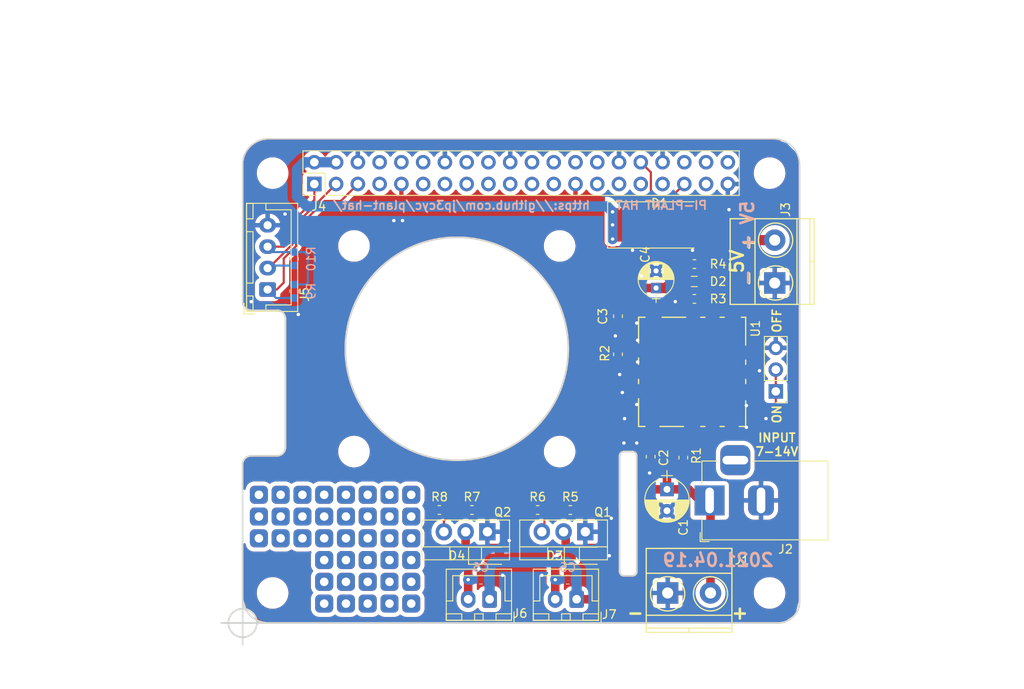
<source format=kicad_pcb>
(kicad_pcb (version 20221018) (generator pcbnew)
  (layers (0 "F.Cu" signal) (31 "B.Cu" signal) (34 "B.Paste" user) (35 "F.Paste" user) (36 "B.SilkS" user "B.Silkscreen") (37 "F.SilkS" user "F.Silkscreen") (38 "B.Mask" user) (39 "F.Mask" user) (44 "Edge.Cuts" user))
  (net 0 "")
  (net 1 "pi-02")
  (net 2 "Net-(D2-Pad2)")
  (net 3 "pi-01")
  (net 4 "Net-(R1-Pad2)")
  (net 5 "Net-(R3-Pad1)")
  (net 6 "Net-(U1-Pad11)")
  (net 7 "Vin")
  (net 8 "GND")
  (net 9 "/5V")
  (net 10 "pi-03")
  (net 11 "pi-05")
  (net 12 "pi-32")
  (net 13 "pi-35")
  (net 14 "Net-(Q1-Pad3)")
  (net 15 "Net-(Q2-Pad3)")
  (net 16 "Net-(C5-Pad2)")
  (net 17 "Net-(C6-Pad2)")
  (footprint "Capacitors_THT:CP_Radial_D5.0mm_P2.50mm" (layer "F.Cu") (at 136.525 128.905 -90)
    (fp_text reference "C1")
    (fp_text value "22u")
  )
  (footprint "Capacitors_THT:CP_Radial_D4.0mm_P2.00mm" (layer "F.Cu") (at 135.255 105.41 90)
    (fp_text reference "C4")
    (fp_text value "10u")
  )
  (footprint "Diodes_SMD:D_3220" (layer "F.Cu") (at 135.7 98.044)
    (fp_text reference "D1")
    (fp_text value "D")
  )
  (footprint "Capacitors_SMD:C_0603" (layer "F.Cu") (at 139.712 104.648)
    (fp_text reference "D2")
    (fp_text value "ON-LINE")
  )
  (footprint "Connectors_Terminal_Blocks:TerminalBlock_Pheonix_MKDS1.5-2pol" (layer "F.Cu") (at 136.605 141)
    (fp_text reference "J1")
    (fp_text value "Battery")
  )
  (footprint "Pin_Headers:Pin_Header_Straight_2x20_Pitch2.54mm" (layer "F.Cu") (at 95.37 93.27 90)
    (fp_text reference "J4")
    (fp_text value "Raspi GPIO")
  )
  (footprint "Connectors_Terminal_Blocks:TerminalBlock_Pheonix_MKDS1.5-2pol" (layer "F.Cu") (at 149.098 104.822 90)
    (fp_text reference "J3")
    (fp_text value "5V")
  )
  (footprint "Pin_Headers:Pin_Header_Straight_1x03_Pitch2.54mm" (layer "F.Cu") (at 149.225 117.475 180)
    (fp_text reference "SW1" hide)
    (fp_text value "ON/OFF")
  )
  (footprint "murata_dcdc:OKL_T3_W12" (layer "F.Cu") (at 138.43 115.57 90)
    (fp_text reference "U1")
    (fp_text value "OKL_T3_W12")
  )
  (footprint "Connector_BarrelJack:BarrelJack_Horizontal" (layer "F.Cu") (at 141.5 130.2 180)
    (fp_text reference "J2")
    (fp_text value "Jack-DC")
  )
  (footprint "MountingHole:MountingHole_3.2mm_M3" (layer "F.Cu") (at 148.5 141)
    (fp_text reference "REF**" hide)
    (fp_text value "MountingHole_3.2mm_M3")
  )
  (footprint "MountingHole:MountingHole_3.2mm_M3" (layer "F.Cu") (at 90.5 141)
    (fp_text reference "REF**" hide)
    (fp_text value "MountingHole_3.2mm_M3")
  )
  (footprint "MountingHole:MountingHole_3.2mm_M3" (layer "F.Cu") (at 90.5 92)
    (fp_text reference "REF**" hide)
    (fp_text value "MountingHole_3.2mm_M3")
  )
  (footprint "MountingHole:MountingHole_3.2mm_M3" (layer "F.Cu") (at 148.5 92)
    (fp_text reference "REF**" hide)
    (fp_text value "MountingHole_3.2mm_M3")
  )
  (footprint "MountingHole:MountingHole_3.2mm_M3" (layer "F.Cu") (at 124 100.5)
    (fp_text reference "REF**" hide)
    (fp_text value "MountingHole_3.2mm_M3" hide)
  )
  (footprint "MountingHole:MountingHole_3.2mm_M3" (layer "F.Cu") (at 124 124.5)
    (fp_text reference "REF**" hide)
    (fp_text value "MountingHole_3.2mm_M3")
  )
  (footprint "MountingHole:MountingHole_3.2mm_M3" (layer "F.Cu") (at 100 100.5)
    (fp_text reference "REF**" hide)
    (fp_text value "MountingHole_3.2mm_M3" hide)
  )
  (footprint "MountingHole:MountingHole_3.2mm_M3" (layer "F.Cu") (at 100 124.5)
    (fp_text reference "REF**" hide)
    (fp_text value "MountingHole_3.2mm_M3")
  )
  (footprint "Connector_JST:JST_XH_B02B-XH-A_1x02_P2.50mm_Vertical" (layer "F.Cu") (at 115.824 141.732 180)
    (fp_text reference "J6")
    (fp_text value "Motor")
  )
  (footprint "Connector_JST:JST_XH_B04B-XH-A_1x04_P2.50mm_Vertical" (layer "F.Cu") (at 89.916 105.584 90)
    (fp_text reference "J5")
    (fp_text value "I2C")
  )
  (footprint "Connector_JST:JST_XH_B02B-XH-A_1x02_P2.50mm_Vertical" (layer "F.Cu") (at 125.984 141.732 180)
    (fp_text reference "J7")
    (fp_text value "Motor")
  )
  (footprint "Package_TO_SOT_THT:TO-220-3_Vertical" (layer "F.Cu") (at 127 133.858 180)
    (fp_text reference "Q1")
    (fp_text value "2SC4811")
  )
  (footprint "Package_TO_SOT_THT:TO-220-3_Vertical" (layer "F.Cu") (at 115.57 133.858 180)
    (fp_text reference "Q2")
    (fp_text value "2SC4811")
  )
  (footprint "Diode_SMD:D_SOD-123F" (layer "F.Cu") (at 126.746 136.652)
    (fp_text reference "D3")
    (fp_text value "SS2040FL")
  )
  (footprint "Diode_SMD:D_SOD-123F" (layer "F.Cu") (at 115.57 136.652)
    (fp_text reference "D4")
    (fp_text value "SS2040FL")
  )
  (footprint "Capacitor_SMD:C_0603_1608Metric" (layer "F.Cu") (at 134.62 125.095 90)
    (fp_text reference "C2")
    (fp_text value "0.1u")
  )
  (footprint "Capacitor_SMD:C_0603_1608Metric" (layer "F.Cu") (at 130.81 108.7 -90)
    (fp_text reference "C3")
    (fp_text value "0.1u")
  )
  (footprint "Resistor_SMD:R_0603_1608Metric" (layer "F.Cu") (at 138.43 125.21 90)
    (fp_text reference "R1")
    (fp_text value "20k")
  )
  (footprint "Resistor_SMD:R_0603_1608Metric" (layer "F.Cu") (at 130.81 113.145 -90)
    (fp_text reference "R2")
    (fp_text value "1.2k")
  )
  (footprint "Resistor_SMD:R_0603_1608Metric" (layer "F.Cu") (at 139.7255 106.68 180)
    (fp_text reference "R3")
    (fp_text value "1.33k")
  )
  (footprint "Resistor_SMD:R_0603_1608Metric" (layer "F.Cu") (at 139.7255 102.616)
    (fp_text reference "R4")
    (fp_text value "1k")
  )
  (footprint "Resistor_SMD:R_0603_1608Metric" (layer "F.Cu") (at 125.2475 131.318)
    (fp_text reference "R5")
    (fp_text value "R")
  )
  (footprint "Resistor_SMD:R_0603_1608Metric" (layer "F.Cu") (at 121.4375 131.318 180)
    (fp_text reference "R6")
    (fp_text value "R")
  )
  (footprint "Resistor_SMD:R_0603_1608Metric" (layer "F.Cu") (at 113.7665 131.318)
    (fp_text reference "R7")
    (fp_text value "R")
  )
  (footprint "Resistor_SMD:R_0603_1608Metric" (layer "F.Cu") (at 109.9565 131.318 180)
    (fp_text reference "R8")
    (fp_text value "R")
  )
  (footprint "universal:universal-1pin" (layer "F.Cu") (at 96.52 142.24)
    (fp_text reference "" hide)
    (fp_text value "" hide)
  )
  (footprint "universal:universal-1pin" (layer "F.Cu") (at 99.06 142.24)
    (fp_text reference "" hide)
    (fp_text value "" hide)
  )
  (footprint "universal:universal-1pin" (layer "F.Cu") (at 101.6 142.24)
    (fp_text reference "" hide)
    (fp_text value "" hide)
  )
  (footprint "universal:universal-1pin" (layer "F.Cu") (at 104.14 142.24)
    (fp_text reference "" hide)
    (fp_text value "" hide)
  )
  (footprint "universal:universal-1pin" (layer "F.Cu") (at 106.68 142.24)
    (fp_text reference "" hide)
    (fp_text value "" hide)
  )
  (footprint "universal:universal-1pin" (layer "F.Cu") (at 106.68 139.7)
    (fp_text reference "" hide)
    (fp_text value "" hide)
  )
  (footprint "universal:universal-1pin" (layer "F.Cu") (at 96.52 139.7)
    (fp_text reference "" hide)
    (fp_text value "" hide)
  )
  (footprint "universal:universal-1pin" (layer "F.Cu") (at 99.06 139.7)
    (fp_text reference "" hide)
    (fp_text value "" hide)
  )
  (footprint "universal:universal-1pin" (layer "F.Cu") (at 101.6 139.7)
    (fp_text reference "" hide)
    (fp_text value "" hide)
  )
  (footprint "universal:universal-1pin" (layer "F.Cu") (at 104.14 139.7)
    (fp_text reference "" hide)
    (fp_text value "" hide)
  )
  (footprint "universal:universal-1pin" (layer "F.Cu") (at 106.68 137.16)
    (fp_text reference "" hide)
    (fp_text value "" hide)
  )
  (footprint "universal:universal-1pin" (layer "F.Cu") (at 96.52 137.16)
    (fp_text reference "" hide)
    (fp_text value "" hide)
  )
  (footprint "universal:universal-1pin" (layer "F.Cu") (at 101.6 137.16)
    (fp_text reference "" hide)
    (fp_text value "" hide)
  )
  (footprint "universal:universal-1pin" (layer "F.Cu") (at 99.06 137.16)
    (fp_text reference "" hide)
    (fp_text value "" hide)
  )
  (footprint "universal:universal-1pin" (layer "F.Cu") (at 104.14 137.16)
    (fp_text reference "" hide)
    (fp_text value "" hide)
  )
  (footprint "universal:universal-1pin" (layer "F.Cu") (at 96.52 134.62)
    (fp_text reference "" hide)
    (fp_text value "" hide)
  )
  (footprint "universal:universal-1pin" (layer "F.Cu") (at 104.14 134.62)
    (fp_text reference "" hide)
    (fp_text value "" hide)
  )
  (footprint "universal:universal-1pin" (layer "F.Cu") (at 99.06 134.62)
    (fp_text reference "" hide)
    (fp_text value "" hide)
  )
  (footprint "universal:universal-1pin" (layer "F.Cu") (at 106.68 134.62)
    (fp_text reference "" hide)
    (fp_text value "" hide)
  )
  (footprint "universal:universal-1pin" (layer "F.Cu") (at 101.6 134.62)
    (fp_text reference "" hide)
    (fp_text value "" hide)
  )
  (footprint "universal:universal-1pin" (layer "F.Cu") (at 96.52 132.08)
    (fp_text reference "" hide)
    (fp_text value "" hide)
  )
  (footprint "universal:universal-1pin" (layer "F.Cu") (at 99.06 132.08)
    (fp_text reference "" hide)
    (fp_text value "" hide)
  )
  (footprint "universal:universal-1pin" (layer "F.Cu") (at 106.68 132.08)
    (fp_text reference "" hide)
    (fp_text value "" hide)
  )
  (footprint "universal:universal-1pin" (layer "F.Cu") (at 101.6 132.08)
    (fp_text reference "" hide)
    (fp_text value "" hide)
  )
  (footprint "universal:universal-1pin" (layer "F.Cu") (at 104.14 132.08)
    (fp_text reference "" hide)
    (fp_text value "" hide)
  )
  (footprint "universal:universal-1pin" (layer "F.Cu") (at 96.52 129.54)
    (fp_text reference "" hide)
    (fp_text value "" hide)
  )
  (footprint "universal:universal-1pin" (layer "F.Cu") (at 99.06 129.54)
    (fp_text reference "" hide)
    (fp_text value "" hide)
  )
  (footprint "universal:universal-1pin" (layer "F.Cu") (at 106.68 129.54)
    (fp_text reference "" hide)
    (fp_text value "" hide)
  )
  (footprint "universal:universal-1pin" (layer "F.Cu") (at 104.14 129.54)
    (fp_text reference "" hide)
    (fp_text value "" hide)
  )
  (footprint "universal:universal-1pin" (layer "F.Cu") (at 101.6 129.54)
    (fp_text reference "" hide)
    (fp_text value "" hide)
  )
  (footprint "universal:universal-1pin" (layer "F.Cu") (at 93.98 134.62)
    (fp_text reference "" hide)
    (fp_text value "" hide)
  )
  (footprint "universal:universal-1pin" (layer "F.Cu") (at 93.98 132.08)
    (fp_text reference "" hide)
    (fp_text value "" hide)
  )
  (footprint "universal:universal-1pin" (layer "F.Cu") (at 93.98 129.54)
    (fp_text reference "" hide)
    (fp_text value "" hide)
  )
  (footprint "universal:universal-1pin" (layer "F.Cu") (at 91.44 134.62)
    (fp_text reference "" hide)
    (fp_text value "" hide)
  )
  (footprint "universal:universal-1pin" (layer "F.Cu") (at 91.44 132.08)
    (fp_text reference "" hide)
    (fp_text value "" hide)
  )
  (footprint "universal:universal-1pin" (layer "F.Cu") (at 91.44 129.54)
    (fp_text reference "" hide)
    (fp_text value "" hide)
  )
  (footprint "universal:universal-1pin" (layer "F.Cu") (at 88.9 129.54)
    (fp_text reference "" hide)
    (fp_text value "" hide)
  )
  (footprint "universal:universal-1pin" (layer "F.Cu") (at 88.9 134.62)
    (fp_text reference "" hide)
    (fp_text value "" hide)
  )
  (footprint "universal:universal-1pin" (layer "F.Cu") (at 88.9 132.08)
    (fp_text reference "" hide)
    (fp_text value "" hide)
  )
  (footprint "Capacitor_SMD:C_0603_1608Metric" (layer "B.Cu") (at 124.9425 139.446 180)
    (fp_text reference "C5")
    (fp_text value "0.1u")
  )
  (footprint "Capacitor_SMD:C_0603_1608Metric" (layer "B.Cu") (at 114.808 139.446 180)
    (fp_text reference "C6")
    (fp_text value "0.1u")
  )
  (footprint "Resistor_SMD:R_0603_1608Metric" (layer "B.Cu") (at 93 105.7875 -90)
    (fp_text reference "R9")
    (fp_text value "2.2k")
  )
  (footprint "Resistor_SMD:R_0603_1608Metric" (layer "B.Cu") (at 93 102 -90)
    (fp_text reference "R10")
    (fp_text value "2.2k")
  )
  (gr_line (start 152 142) (end 152 91) (stroke (width 0.2)) (layer "Edge.Cuts"))
  (gr_line (start 87 126) (end 87 141.5) (stroke (width 0.2)) (layer "Edge.Cuts"))
  (gr_line (start 131 125) (end 131 138.5) (stroke (width 0.2)) (layer "Edge.Cuts"))
  (gr_arc (start 91 108) (mid 91.707107 108.292893) (end 92 109) (stroke (width 0.2)) (layer "Edge.Cuts"))
  (gr_line (start 131.5 139) (end 132.5 139) (stroke (width 0.2)) (layer "Edge.Cuts"))
  (gr_line (start 90 144.5) (end 149.5 144.5) (stroke (width 0.2)) (layer "Edge.Cuts"))
  (gr_arc (start 90 144.5) (mid 87.87868 143.62132) (end 87 141.5) (stroke (width 0.2)) (layer "Edge.Cuts"))
  (gr_line (start 87 91) (end 87 107) (stroke (width 0.15)) (layer "Edge.Cuts"))
  (gr_line (start 91 125) (end 88 125) (stroke (width 0.2)) (layer "Edge.Cuts"))
  (gr_line (start 92 109) (end 92 124) (stroke (width 0.2)) (layer "Edge.Cuts"))
  (gr_circle (center 112 112.5) (end 125.009612 112.5) (stroke (width 0.2)) (fill none) (layer "Edge.Cuts"))
  (gr_arc (start 132.5 124.5) (mid 132.853553 124.646447) (end 133 125) (stroke (width 0.2)) (layer "Edge.Cuts"))
  (gr_line (start 149 88) (end 90 88) (stroke (width 0.15)) (layer "Edge.Cuts"))
  (gr_arc (start 131.5 139) (mid 131.146447 138.853553) (end 131 138.5) (stroke (width 0.2)) (layer "Edge.Cuts"))
  (gr_arc (start 92 124) (mid 91.707107 124.707107) (end 91 125) (stroke (width 0.2)) (layer "Edge.Cuts"))
  (gr_arc (start 152 142) (mid 151.267767 143.767767) (end 149.5 144.5) (stroke (width 0.2)) (layer "Edge.Cuts"))
  (gr_line (start 88 108) (end 91 108) (stroke (width 0.15)) (layer "Edge.Cuts"))
  (gr_arc (start 133 138.5) (mid 132.853553 138.853553) (end 132.5 139) (stroke (width 0.2)) (layer "Edge.Cuts"))
  (gr_arc (start 149 88) (mid 151.12132 88.87868) (end 152 91) (stroke (width 0.15)) (layer "Edge.Cuts"))
  (gr_line (start 133 138.5) (end 133 125) (stroke (width 0.2)) (layer "Edge.Cuts"))
  (gr_arc (start 87 91) (mid 87.87868 88.87868) (end 90 88) (stroke (width 0.15)) (layer "Edge.Cuts"))
  (gr_arc (start 88 108) (mid 87.292893 107.707107) (end 87 107) (stroke (width 0.2)) (layer "Edge.Cuts"))
  (gr_arc (start 87 126) (mid 87.292893 125.292893) (end 88 125) (stroke (width 0.2)) (layer "Edge.Cuts"))
  (gr_line (start 132.5 124.5) (end 131.5 124.5) (stroke (width 0.2)) (layer "Edge.Cuts"))
  (gr_arc (start 131 125) (mid 131.146447 124.646447) (end 131.5 124.5) (stroke (width 0.2)) (layer "Edge.Cuts"))
  (gr_text "5V +  -" (at 145.9 100.2 90) (layer "B.SilkS") (effects (font (size 1.5 1.5) (thickness 0.3)) (justify mirror)))
  (gr_text "2021.04.19" (at 142.494 137.16) (layer "B.SilkS") (effects (font (size 1.5 1.5) (thickness 0.3)) (justify mirror)))
  (gr_text "PI-PLANT HAT    https://github.com/jp3cyc/plant-hat/" (at 119.38 95.758) (layer "B.SilkS") (effects (font (size 1 1) (thickness 0.2)) (justify mirror)))
  (gr_text "+" (at 145.034 143.51 180) (layer "F.SilkS") (effects (font (size 1.5 1.5) (thickness 0.3))))
  (gr_text "5V" (at 144.7 102.3 90) (layer "F.SilkS") (effects (font (size 1.5 1.5) (thickness 0.3))))
  (gr_text "OFF" (at 149.352 109.22 90) (layer "F.SilkS") (effects (font (size 1 1) (thickness 0.2))))
  (gr_text "-  +" (at 146 102.2 90) (layer "F.SilkS") (effects (font (size 1.5 1.5) (thickness 0.3))))
  (gr_text "-" (at 132.842 143.51 180) (layer "F.SilkS") (effects (font (size 1.5 1.5) (thickness 0.3))))
  (gr_text "ON" (at 149.352 120.142 90) (layer "F.SilkS") (effects (font (size 1 1) (thickness 0.2))))
  (gr_text "INPUT\n7-14V" (at 149.352 123.698) (layer "F.SilkS") (effects (font (size 1 1) (thickness 0.2))))
  (target plus (at 87 144.5) (size 5) (width 0.2) (layer "Edge.Cuts"))
  (via (at 130.175 99.695) (size 0.8) (drill 0.4) (layers "F.Cu" "B.Cu") (net 1))
  (via (at 130.175 98.044) (size 0.8) (drill 0.4) (layers "F.Cu" "B.Cu") (net 1))
  (via (at 130.175 96.52) (size 0.8) (drill 0.4) (layers "F.Cu" "B.Cu") (net 1))
  (segment (start 130.175 99.695) (end 130.175 97.79) (width 1.2) (layer "B.Cu") (net 1))
  (segment (start 130.175 97.79) (end 130.175 96.52) (width 1.2) (layer "B.Cu") (net 1))
  (segment (start 94.488 95.885) (end 129.54 95.885) (width 1.2) (layer "B.Cu") (net 1))
  (segment (start 129.54 95.885) (end 130.175 96.52) (width 1.2) (layer "B.Cu") (net 1))
  (segment (start 93.345 91.552919) (end 93.345 94.742) (width 1.2) (layer "B.Cu") (net 1))
  (segment (start 95.37 90.73) (end 94.167919 90.73) (width 1.2) (layer "B.Cu") (net 1))
  (segment (start 93.345 94.742) (end 94.488 95.885) (width 1.2) (layer "B.Cu") (net 1))
  (segment (start 95.37 90.73) (end 97.91 90.73) (width 1.2) (layer "B.Cu") (net 1))
  (segment (start 130.175 96.52) (end 130.175 96.52) (width 1.2) (layer "B.Cu") (net 1))
  (segment (start 94.167919 90.73) (end 93.345 91.552919) (width 1.2) (layer "B.Cu") (net 1))
  (segment (start 130.175 99.695) (end 130.175 99.695) (width 1.2) (layer "B.Cu") (net 1))
  (segment (start 140.462 104.648) (end 140.462 102.667) (width 0.25) (layer "F.Cu") (net 2))
  (segment (start 140.462 102.667) (end 140.513 102.616) (width 0.25) (layer "F.Cu") (net 2))
  (segment (start 95.37 93.27) (end 95.37 95.13) (width 0.25) (layer "F.Cu") (net 3))
  (segment (start 92.2 100.205) (end 91.821 100.584) (width 0.25) (layer "F.Cu") (net 3))
  (segment (start 91.821 100.584) (end 91.186 100.584) (width 0.25) (layer "F.Cu") (net 3))
  (segment (start 95.37 95.13) (end 92.2 98.3) (width 0.25) (layer "F.Cu") (net 3))
  (segment (start 92.2 98.3) (end 92.2 100.205) (width 0.25) (layer "F.Cu") (net 3))
  (segment (start 91.186 100.584) (end 89.916 100.584) (width 0.25) (layer "F.Cu") (net 3))
  (segment (start 94.2275 101.2125) (end 94.615 101.6) (width 0.25) (layer "B.Cu") (net 3))
  (segment (start 90.5445 101.2125) (end 89.916 100.584) (width 0.25) (layer "B.Cu") (net 3))
  (segment (start 94.615 104.775) (end 94.39 105) (width 0.25) (layer "B.Cu") (net 3))
  (segment (start 94.615 101.6) (end 94.615 104.775) (width 0.25) (layer "B.Cu") (net 3))
  (segment (start 94.39 105) (end 93 105) (width 0.25) (layer "B.Cu") (net 3))
  (segment (start 93 101.2125) (end 90.5445 101.2125) (width 0.25) (layer "B.Cu") (net 3))
  (segment (start 93 101.2125) (end 94.2275 101.2125) (width 0.25) (layer "B.Cu") (net 3))
  (segment (start 139.53 122.725) (end 139.53 120.77) (width 0.25) (layer "F.Cu") (net 4))
  (segment (start 139.53 122.725) (end 138.775 122.725) (width 0.25) (layer "F.Cu") (net 4))
  (segment (start 147.785 122.725) (end 149.225 121.285) (width 0.25) (layer "F.Cu") (net 4))
  (segment (start 138.775 122.725) (end 138.43 123.07) (width 0.25) (layer "F.Cu") (net 4))
  (segment (start 149.225 117.475) (end 149.225 114.935) (width 0.25) (layer "F.Cu") (net 4))
  (segment (start 138.43 123.07) (end 138.43 124.46) (width 0.25) (layer "F.Cu") (net 4))
  (segment (start 139.53 122.725) (end 147.785 122.725) (width 0.25) (layer "F.Cu") (net 4))
  (segment (start 149.225 121.285) (end 149.225 117.475) (width 0.25) (layer "F.Cu") (net 4))
  (segment (start 144 107.5) (end 143.18 106.68) (width 0.25) (layer "F.Cu") (net 5))
  (segment (start 144 108.56) (end 144 107.5) (width 0.25) (layer "F.Cu") (net 5))
  (segment (start 144.11 108.67) (end 144 108.56) (width 0.25) (layer "F.Cu") (net 5))
  (segment (start 144.11 109.57) (end 144.11 108.67) (width 0.25) (layer "F.Cu") (net 5))
  (segment (start 143.18 106.68) (end 140.513 106.68) (width 0.25) (layer "F.Cu") (net 5))
  (segment (start 141.82 108.82) (end 141.82 110.57) (width 1.2) (layer "F.Cu") (net 6))
  (segment (start 134.112 129.518) (end 134.725 128.905) (width 1) (layer "F.Cu") (net 7))
  (segment (start 134.62 124.345) (end 135.775 124.345) (width 1) (layer "F.Cu") (net 7))
  (segment (start 132.588 141.732) (end 134.112 140.208) (width 1) (layer "F.Cu") (net 7))
  (segment (start 134.62 121.78) (end 134.95 121.45) (width 1) (layer "F.Cu") (net 7))
  (segment (start 133.79 117.44) (end 134.95 118.6) (width 1) (layer "F.Cu") (net 7))
  (segment (start 134.95 121.45) (end 134.95 118.6) (width 1) (layer "F.Cu") (net 7))
  (segment (start 136.525 125.73) (end 136.755 125.96) (width 0.25) (layer "F.Cu") (net 7))
  (segment (start 136.755 125.96) (end 138.43 125.96) (width 0.25) (layer "F.Cu") (net 7))
  (segment (start 141.5 130.2) (end 140.36 130.2) (width 1) (layer "F.Cu") (net 7))
  (segment (start 141.605 141) (end 141.605 130.305) (width 1) (layer "F.Cu") (net 7))
  (segment (start 136.525 128.905) (end 136.525 125.73) (width 1) (layer "F.Cu") (net 7))
  (segment (start 133.25 117.44) (end 133.79 117.44) (width 1) (layer "F.Cu") (net 7))
  (segment (start 139.065 128.905) (end 136.525 128.905) (width 1) (layer "F.Cu") (net 7))
  (segment (start 141.605 130.305) (end 141.5 130.2) (width 1) (layer "F.Cu") (net 7))
  (segment (start 134.62 124.345) (end 134.62 121.78) (width 1) (layer "F.Cu") (net 7))
  (segment (start 140.36 130.2) (end 139.065 128.905) (width 1) (layer "F.Cu") (net 7))
  (segment (start 135.255 121.755) (end 134.95 121.45) (width 1) (layer "F.Cu") (net 7))
  (segment (start 125.984 141.732) (end 132.588 141.732) (width 1) (layer "F.Cu") (net 7))
  (segment (start 134.725 128.905) (end 136.525 128.905) (width 1) (layer "F.Cu") (net 7))
  (segment (start 136.525 125.73) (end 136.525 125.095) (width 1) (layer "F.Cu") (net 7))
  (segment (start 134.112 140.208) (end 134.112 129.518) (width 1) (layer "F.Cu") (net 7))
  (segment (start 136.525 125.095) (end 135.775 124.345) (width 1) (layer "F.Cu") (net 7))
  (segment (start 115.824 141.732) (end 115.824 137.922) (width 1.2) (layer "B.Cu") (net 7))
  (segment (start 141.605 130.305) (end 141.5 130.2) (width 1) (layer "B.Cu") (net 7))
  (segment (start 116.332 137.414) (end 124.968 137.414) (width 1.2) (layer "B.Cu") (net 7))
  (segment (start 125.984 138.43) (end 125.984 141.732) (width 1.2) (layer "B.Cu") (net 7))
  (segment (start 124.968 137.414) (end 125.984 138.43) (width 1.2) (layer "B.Cu") (net 7))
  (segment (start 115.824 137.922) (end 116.332 137.414) (width 1.2) (layer "B.Cu") (net 7))
  (segment (start 131.572 114.046) (end 131.4585 113.9325) (width 0.25) (layer "F.Cu") (net 8))
  (segment (start 131.4585 113.9325) (end 130.81 113.9325) (width 0.25) (layer "F.Cu") (net 8))
  (segment (start 133.5 104) (end 134.665 104) (width 0.25) (layer "F.Cu") (net 8))
  (segment (start 127 133.858) (end 127 135.636) (width 0.25) (layer "F.Cu") (net 8))
  (segment (start 127.254 135.382) (end 128.524 135.382) (width 0.25) (layer "F.Cu") (net 8))
  (segment (start 134.665 104) (end 135.255 103.41) (width 0.25) (layer "F.Cu") (net 8))
  (segment (start 118.11 134.874) (end 117.602 135.382) (width 0.25) (layer "F.Cu") (net 8))
  (segment (start 133.25 115.15) (end 133.82 115.15) (width 0.25) (layer "F.Cu") (net 8))
  (segment (start 133.096 114.046) (end 131.572 114.046) (width 0.25) (layer "F.Cu") (net 8))
  (segment (start 127 135.636) (end 127.254 135.382) (width 0.25) (layer "F.Cu") (net 8))
  (segment (start 117.602 135.382) (end 115.824 135.382) (width 0.25) (layer "F.Cu") (net 8))
  (segment (start 133.82 115.15) (end 134.95 114.02) (width 0.25) (layer "F.Cu") (net 8))
  (via (at 133.5 104) (size 0.8) (drill 0.4) (layers "F.Cu" "B.Cu") (net 8))
  (via (at 132.5 101) (size 0.8) (drill 0.4) (layers "F.Cu" "B.Cu") (net 8))
  (via (at 133 109.5) (size 0.8) (drill 0.4) (layers "F.Cu" "B.Cu") (net 8))
  (via (at 131.5 123.5) (size 0.8) (drill 0.4) (layers "F.Cu" "B.Cu") (net 8))
  (via (at 133 123.5) (size 0.8) (drill 0.4) (layers "F.Cu" "B.Cu") (net 8))
  (via (at 134.5 127) (size 0.8) (drill 0.4) (layers "F.Cu" "B.Cu") (net 8))
  (via (at 131.572 120.65) (size 0.8) (drill 0.4) (layers "F.Cu" "B.Cu") (net 8))
  (via (at 130.5 111) (size 0.8) (drill 0.4) (layers "F.Cu" "B.Cu") (net 8))
  (via (at 88 107) (size 0.8) (drill 0.4) (layers "F.Cu" "B.Cu") (net 8))
  (via (at 91.948 96.774) (size 0.8) (drill 0.4) (layers "F.Cu" "B.Cu") (net 8))
  (via (at 93.5 108.5) (size 0.8) (drill 0.4) (layers "F.Cu" "B.Cu") (net 8))
  (via (at 104.648 97.536) (size 0.8) (drill 0.4) (layers "F.Cu" "B.Cu") (net 8))
  (via (at 133.096 111.506) (size 0.8) (drill 0.4) (layers "F.Cu" "B.Cu") (net 8))
  (via (at 121.92 138.938) (size 0.8) (drill 0.4) (layers "F.Cu" "B.Cu") (net 8))
  (via (at 114.554 138.176) (size 0.8) (drill 0.4) (layers "F.Cu" "B.Cu") (net 8))
  (via (at 129.794 136.652) (size 0.8) (drill 0.4) (layers "F.Cu" "B.Cu") (net 8))
  (via (at 118.11 134.874) (size 0.8) (drill 0.4) (layers "F.Cu" "B.Cu") (net 8))
  (via (at 117.348 138.938) (size 0.8) (drill 0.4) (layers "F.Cu" "B.Cu") (net 8))
  (via (at 145.796 121.666) (size 0.8) (drill 0.4) (layers "F.Cu" "B.Cu") (net 8))
  (via (at 145.796 119.126) (size 0.8) (drill 0.4) (layers "F.Cu" "B.Cu") (net 8))
  (via (at 137.5 107) (size 0.8) (drill 0.4) (layers "F.Cu" "B.Cu") (net 8))
  (via (at 130.03 132.28) (size 0.8) (drill 0.4) (layers "F.Cu" "B.Cu") (net 8))
  (via (at 131 115.5) (size 0.8) (drill 0.4) (layers "F.Cu" "B.Cu") (net 8))
  (via (at 133 119) (size 0.8) (drill 0.4) (layers "F.Cu" "B.Cu") (net 8))
  (via (at 143.764 96.266) (size 0.8) (drill 0.4) (layers "F.Cu" "B.Cu") (net 8))
  (via (at 133.096 114.046) (size 0.8) (drill 0.4) (layers "F.Cu" "B.Cu") (net 8))
  (via (at 105.664 97.536) (size 0.8) (drill 0.4) (layers "F.Cu" "B.Cu") (net 8))
  (via (at 139.5 101) (size 0.8) (drill 0.4) (layers "F.Cu" "B.Cu") (net 8))
  (via (at 148.082 120.65) (size 0.8) (drill 0.4) (layers "F.Cu" "B.Cu") (net 8))
  (via (at 131.318 117.602) (size 0.8) (drill 0.4) (layers "F.Cu" "B.Cu") (net 8))
  (via (at 147.32 115.062) (size 0.8) (drill 0.4) (layers "F.Cu" "B.Cu") (net 8))
  (segment (start 144.272 129.39) (end 144.272 128.886998) (width 0.25) (layer "B.Cu") (net 8))
  (segment (start 144.526 129.844) (end 144.882 130.2) (width 0.25) (layer "B.Cu") (net 8))
  (segment (start 147.5 130.2) (end 145.46 130.2) (width 0.25) (layer "B.Cu") (net 8))
  (segment (start 144.526 128.778) (end 144.526 129.844) (width 0.25) (layer "B.Cu") (net 8))
  (segment (start 143.36 127.85) (end 143.58 127.85) (width 0.25) (layer "B.Cu") (net 8))
  (segment (start 147.5 130.2) (end 144.932 130.2) (width 0.25) (layer "B.Cu") (net 8))
  (segment (start 143.764 128.016) (end 144.526 128.778) (width 0.25) (layer "B.Cu") (net 8))
  (segment (start 145.082 130.2) (end 144.272 129.39) (width 0.25) (layer "B.Cu") (net 8))
  (segment (start 145.46 130.2) (end 145.082 130.2) (width 0.25) (layer "B.Cu") (net 8))
  (segment (start 144.272 129.54) (end 144.272 129.39) (width 0.25) (layer "B.Cu") (net 8))
  (segment (start 144.882 130.2) (end 145.46 130.2) (width 0.25) (layer "B.Cu") (net 8))
  (segment (start 142.6 127.79) (end 143.3 127.79) (width 0.25) (layer "B.Cu") (net 8))
  (segment (start 143.3 127.79) (end 143.36 127.85) (width 0.25) (layer "B.Cu") (net 8))
  (segment (start 143.746 128.016) (end 143.764 128.016) (width 0.25) (layer "B.Cu") (net 8))
  (segment (start 144.932 130.2) (end 144.272 129.54) (width 0.25) (layer "B.Cu") (net 8))
  (segment (start 143.58 127.85) (end 143.746 128.016) (width 0.25) (layer "B.Cu") (net 8))
  (segment (start 130.81 112.395) (end 130.81 112.37) (width 0.25) (layer "F.Cu") (net 9))
  (segment (start 134.95 109.43) (end 136.1 110.58) (width 1) (layer "F.Cu") (net 9))
  (segment (start 144.272 98.044) (end 146.05 99.822) (width 1.2) (layer "F.Cu") (net 9))
  (segment (start 130.81 107.925) (end 133.325 105.41) (width 1) (layer "F.Cu") (net 9))
  (segment (start 135.255 105.41) (end 136.398 105.41) (width 1.2) (layer "F.Cu") (net 9))
  (segment (start 130.81 112.37) (end 132.6 110.58) (width 0.25) (layer "F.Cu") (net 9))
  (segment (start 132.6 110.58) (end 133.815 110.58) (width 0.25) (layer "F.Cu") (net 9))
  (segment (start 133.325 105.41) (end 135.255 105.41) (width 1) (layer "F.Cu") (net 9))
  (segment (start 137.16 102.5) (end 137.16 100.584) (width 1.2) (layer "F.Cu") (net 9))
  (segment (start 130.81 107.95) (end 130.81 107.925) (width 1) (layer "F.Cu") (net 9))
  (segment (start 138.938 102.616) (end 137.276 102.616) (width 0.25) (layer "F.Cu") (net 9))
  (segment (start 136.398 105.41) (end 137.16 104.648) (width 1.2) (layer "F.Cu") (net 9))
  (segment (start 134.95 108.88) (end 134.02 107.95) (width 1) (layer "F.Cu") (net 9))
  (segment (start 138.52 110.58) (end 139.53 109.57) (width 1) (layer "F.Cu") (net 9))
  (segment (start 134.95 108.88) (end 134.95 109.43) (width 1) (layer "F.Cu") (net 9))
  (segment (start 137.16 104.648) (end 137.16 102.5) (width 1.2) (layer "F.Cu") (net 9))
  (segment (start 136.1 110.58) (end 138.52 110.58) (width 1) (layer "F.Cu") (net 9))
  (segment (start 137.276 102.616) (end 137.16 102.5) (width 0.25) (layer "F.Cu") (net 9))
  (segment (start 134.02 107.95) (end 130.81 107.95) (width 1) (layer "F.Cu") (net 9))
  (segment (start 146.05 99.822) (end 149.098 99.822) (width 1.2) (layer "F.Cu") (net 9))
  (segment (start 133.815 110.58) (end 136.1 110.58) (width 0.25) (layer "F.Cu") (net 9))
  (segment (start 139.7 98.044) (end 144.272 98.044) (width 1.2) (layer "F.Cu") (net 9))
  (segment (start 137.16 100.584) (end 139.7 98.044) (width 1.2) (layer "F.Cu") (net 9))
  (segment (start 97.91 93.27) (end 95.18 96) (width 0.25) (layer "F.Cu") (net 10))
  (segment (start 92.795 98.385) (end 95.18 96) (width 0.25) (layer "F.Cu") (net 10))
  (segment (start 90.041 103.084) (end 89.916 103.084) (width 0.25) (layer "F.Cu") (net 10))
  (segment (start 92.795 100.33) (end 90.041 103.084) (width 0.25) (layer "F.Cu") (net 10))
  (segment (start 92.795 100.33) (end 92.795 98.385) (width 0.25) (layer "F.Cu") (net 10))
  (segment (start 93 102.7875) (end 90.2125 102.7875) (width 0.25) (layer "B.Cu") (net 10))
  (segment (start 90.2125 102.7875) (end 89.916 103.084) (width 0.25) (layer "B.Cu") (net 10))
  (segment (start 93.245009 100.516401) (end 91.8 101.96141) (width 0.25) (layer "F.Cu") (net 11))
  (segment (start 98.47 95.25) (end 96.56641 95.25) (width 0.25) (layer "F.Cu") (net 11))
  (segment (start 93.24501 98.5714) (end 93.245009 100.516401) (width 0.25) (layer "F.Cu") (net 11))
  (segment (start 90.991 105.584) (end 91.8 104.775) (width 0.25) (layer "F.Cu") (net 11))
  (segment (start 96.56641 95.25) (end 93.24501 98.5714) (width 0.25) (layer "F.Cu") (net 11))
  (segment (start 91.8 101.96141) (end 91.8 104.775) (width 0.25) (layer "F.Cu") (net 11))
  (segment (start 89.916 105.584) (end 90.991 105.584) (width 0.25) (layer "F.Cu") (net 11))
  (segment (start 100.45 93.27) (end 98.47 95.25) (width 0.25) (layer "F.Cu") (net 11))
  (segment (start 90.907 106.575) (end 89.916 105.584) (width 0.25) (layer "B.Cu") (net 11))
  (segment (start 93 106.575) (end 90.907 106.575) (width 0.25) (layer "B.Cu") (net 11))
  (segment (start 135.255 95.631) (end 135.255 100.33) (width 0.25) (layer "F.Cu") (net 12))
  (segment (start 135.255 100.33) (end 134.62 100.965) (width 0.25) (layer "F.Cu") (net 12))
  (segment (start 116.967 131.318) (end 114.554 131.318) (width 0.25) (layer "F.Cu") (net 12))
  (segment (start 129.54 130.175) (end 118.11 130.175) (width 0.25) (layer "F.Cu") (net 12))
  (segment (start 129.7 130.015) (end 129.54 130.175) (width 0.25) (layer "F.Cu") (net 12))
  (segment (start 128.229002 115.529002) (end 129.7 117) (width 0.25) (layer "F.Cu") (net 12))
  (segment (start 118.11 130.175) (end 116.967 131.318) (width 0.25) (layer "F.Cu") (net 12))
  (segment (start 133.47 90.73) (end 134.645001 91.905001) (width 0.25) (layer "F.Cu") (net 12))
  (segment (start 134.645001 91.905001) (end 134.645001 95.021001) (width 0.25) (layer "F.Cu") (net 12))
  (segment (start 128.229002 106.68) (end 128.229002 115.529002) (width 0.25) (layer "F.Cu") (net 12))
  (segment (start 129.7 117) (end 129.7 130.015) (width 0.25) (layer "F.Cu") (net 12))
  (segment (start 134.645001 95.021001) (end 135.255 95.631) (width 0.25) (layer "F.Cu") (net 12))
  (segment (start 133.944002 100.965) (end 128.229002 106.68) (width 0.25) (layer "F.Cu") (net 12))
  (segment (start 134.62 100.965) (end 133.944002 100.965) (width 0.25) (layer "F.Cu") (net 12))
  (segment (start 130.3 116.33) (end 128.905 114.935) (width 0.25) (layer "F.Cu") (net 13))
  (segment (start 128.9 114.935) (end 128.9 106.8) (width 0.25) (layer "F.Cu") (net 13))
  (segment (start 133.985 101.715) (end 135.14 101.715) (width 0.25) (layer "F.Cu") (net 13))
  (segment (start 137.332 94.488) (end 138.55 93.27) (width 0.25) (layer "F.Cu") (net 13))
  (segment (start 135.14 101.715) (end 135.89 100.965) (width 0.25) (layer "F.Cu") (net 13))
  (segment (start 128.9 106.8) (end 133.985 101.715) (width 0.25) (layer "F.Cu") (net 13))
  (segment (start 130.3 130.685) (end 130.3 116.33) (width 0.25) (layer "F.Cu") (net 13))
  (segment (start 128.905 114.935) (end 128.9 114.935) (width 0.25) (layer "F.Cu") (net 13))
  (segment (start 135.89 100.965) (end 135.89 95.93) (width 0.25) (layer "F.Cu") (net 13))
  (segment (start 126.035 131.318) (end 129.667 131.318) (width 0.25) (layer "F.Cu") (net 13))
  (segment (start 135.89 95.93) (end 137.332 94.488) (width 0.25) (layer "F.Cu") (net 13))
  (segment (start 129.667 131.318) (end 130.3 130.685) (width 0.25) (layer "F.Cu") (net 13))
  (segment (start 122.225 131.318) (end 124.46 131.318) (width 0.25) (layer "F.Cu") (net 14))
  (segment (start 122.225 131.318) (end 122.225 133.553) (width 0.25) (layer "F.Cu") (net 14))
  (segment (start 122.225 133.553) (end 121.92 133.858) (width 0.25) (layer "F.Cu") (net 14))
  (segment (start 110.49 132.608) (end 110.744 132.354) (width 0.25) (layer "F.Cu") (net 15))
  (segment (start 110.49 133.858) (end 110.49 132.608) (width 0.25) (layer "F.Cu") (net 15))
  (segment (start 110.744 132.354) (end 110.744 131.318) (width 0.25) (layer "F.Cu") (net 15))
  (segment (start 110.744 131.318) (end 112.979 131.318) (width 0.25) (layer "F.Cu") (net 15))
  (segment (start 123.484 139.446) (end 123.484 137.876) (width 1) (layer "F.Cu") (net 16))
  (segment (start 125.346 136.652) (end 124.708 136.652) (width 0.25) (layer "F.Cu") (net 16))
  (segment (start 124.708 134.106) (end 124.46 133.858) (width 1) (layer "F.Cu") (net 16))
  (segment (start 123.484 141.732) (end 123.484 139.446) (width 1) (layer "F.Cu") (net 16))
  (segment (start 123.484 137.876) (end 124.708 136.652) (width 1) (layer "F.Cu") (net 16))
  (segment (start 124.708 136.652) (end 124.708 134.106) (width 1) (layer "F.Cu") (net 16))
  (via (at 123.484 139.446) (size 0.8) (drill 0.4) (layers "F.Cu" "B.Cu") (net 16))
  (segment (start 123.901 139.446) (end 123.484 139.446) (width 1.2) (layer "B.Cu") (net 16))
  (segment (start 113.324 136.444) (end 113.03 136.15) (width 1) (layer "F.Cu") (net 17))
  (segment (start 113.03 133.858) (end 113.03 136.15) (width 1) (layer "F.Cu") (net 17))
  (segment (start 113.324 141.732) (end 113.324 139.446) (width 1) (layer "F.Cu") (net 17))
  (segment (start 114.17 136.652) (end 113.532 136.652) (width 1.2) (layer "F.Cu") (net 17))
  (segment (start 113.324 139.446) (end 113.324 136.444) (width 1) (layer "F.Cu") (net 17))
  (segment (start 113.03 136.15) (end 113.532 136.652) (width 1) (layer "F.Cu") (net 17))
  (segment (start 113.03 141.311) (end 113.324 141.605) (width 1) (layer "F.Cu") (net 17))
  (via (at 113.324 139.446) (size 0.8) (drill 0.4) (layers "F.Cu" "B.Cu") (net 17))
  (segment (start 113.741 139.446) (end 113.324 139.446) (width 1.2) (layer "B.Cu") (net 17))
  (zone (net 8) (net_name "GND") (layer "F.Cu") (connect_pads (clearance 0.508)) (min_thickness 0.254) (fill yes (thermal_gap 0.508) (thermal_bridge_width 0.508))
    (polygon (pts (xy 89.5 88) (xy 149.5 88) (xy 152 90) (xy 152 141.5) (xy 151.5 143.5) (xy 150 144.5) (xy 147.5 144.5) (xy 89.5 144.5) (xy 88.5 144) (xy 87.5 143) (xy 87 141.5) (xy 87 138) (xy 87 126) (xy 87.5 125) (xy 91 125) (xy 92 124.5) (xy 92 109) (xy 91.5 108) (xy 87.5 108) (xy 87 107) (xy 87 90.5) (xy 88 88.5)))
  )
  (zone (net 0) (net_name "") (layer "F.Cu") (connect_pads (clearance 0)) (min_thickness 0.254)
    (keepout (tracks allowed) (vias allowed) (pads allowed) (copperpour not_allowed) (footprints allowed))
    (fill (thermal_gap 0.508) (thermal_bridge_width 0.508))
    (polygon (pts (xy 136.144 111.76) (xy 136.144 118.872) (xy 143.002 118.872) (xy 143.002 111.76)))
  )
  (zone (net 0) (net_name "") (layer "F.Cu") (connect_pads (clearance 0)) (min_thickness 0.254)
    (keepout (tracks allowed) (vias allowed) (pads allowed) (copperpour not_allowed) (footprints allowed))
    (fill (thermal_gap 0.508) (thermal_bridge_width 0.508))
    (polygon (pts (xy 130.302 94.234) (xy 129.286 94.234) (xy 129.286 95.758) (xy 133.858 95.758) (xy 141.732 95.758) (xy 141.986 97.028) (xy 142.494 97.028) (xy 142.494 93.726)))
  )
  (zone (net 8) (net_name "GND") (layer "B.Cu") (connect_pads (clearance 0.508)) (min_thickness 0.254) (fill yes (thermal_gap 0.508) (thermal_bridge_width 0.508))
    (polygon (pts (xy 90 88) (xy 149 88) (xy 150.5 88.5) (xy 152 90) (xy 152 141.5) (xy 151.5 143.5) (xy 150 144.5) (xy 89.5 144.5) (xy 87.5 143) (xy 87 141.5) (xy 87 126) (xy 87.5 125) (xy 91 125) (xy 92 124.5) (xy 92 109) (xy 91.5 108) (xy 87.5 108) (xy 87 107) (xy 87 90.5) (xy 88 88.5)))
  )
)
</source>
